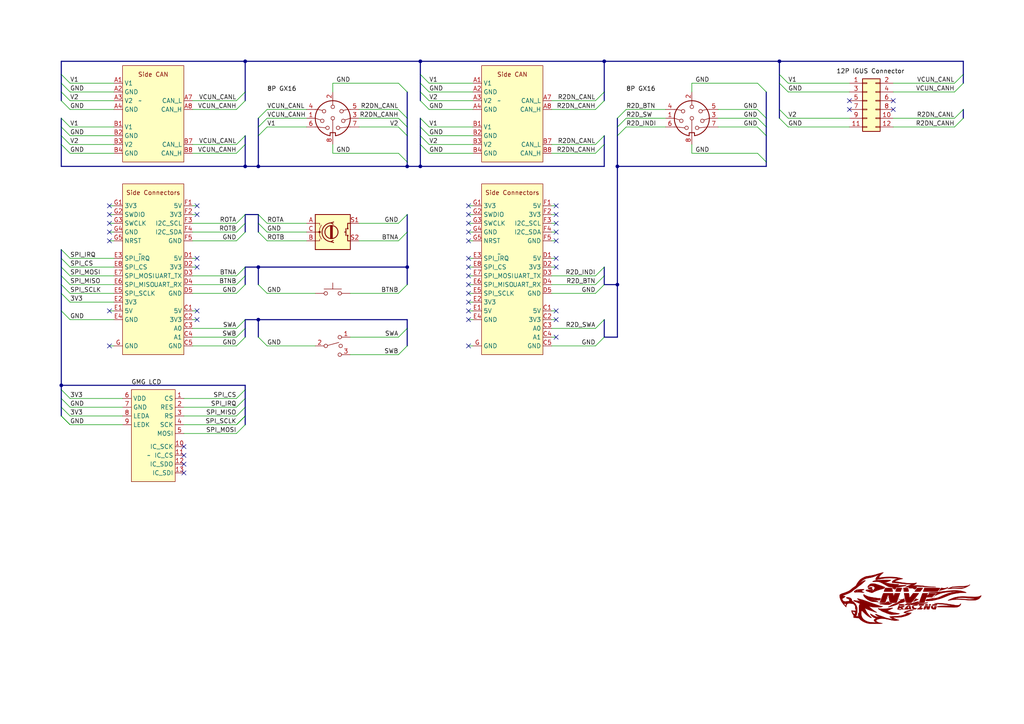
<source format=kicad_sch>
(kicad_sch (version 20231120) (generator "eeschema") (generator_version "8.0")
  (paper "A4")
  (title_block (title "NVF-2 Left Throttle Packaging Wiring") (date "2024-03-06") (rev "1") (company "Scott CJX"))
  (lib_symbols
    (symbol "Connector:DIN-8" (pin_names (offset 1.016))
      (property "Reference" "J" (at 3.175 5.715 0))
      (property "Value" "DIN-8" (at 2.032 -5.842 0))
      (symbol "DIN-8_1_1"
        (pin passive line (at -7.62 0 0) (length 2.54) (name "~") (number "1"))
        (pin passive line (at 0 7.62 270) (length 2.54) (name "~") (number "2"))
        (pin passive line (at 7.62 0 180) (length 2.54) (name "~") (number "3"))
        (pin passive line (at -7.62 2.54 0) (length 2.54) (name "~") (number "4"))
        (pin passive line (at 7.62 2.54 180) (length 2.54) (name "~") (number "5"))
        (pin passive line (at -7.62 -2.54 0) (length 2.54) (name "~") (number "6"))
        (pin passive line (at 7.62 -2.54 180) (length 2.54) (name "~") (number "7"))
        (pin passive line (at 0 -7.62 90) (length 2.54) (name "~") (number "8"))
      )
    )
    (symbol "Connector_Generic:Conn_02x06_Odd_Even" (pin_names (offset 1.016) hide)
      (property "Reference" "J" (at 1.27 7.62 0))
      (property "Value" "Conn_02x06_Odd_Even" (at 1.27 -10.16 0))
      (symbol "Conn_02x06_Odd_Even_1_1"
        (pin passive line (at -5.08 5.08 0) (length 3.81) (name "Pin_1") (number "1"))
        (pin passive line (at 7.62 -5.08 180) (length 3.81) (name "Pin_10") (number "10"))
        (pin passive line (at -5.08 -7.62 0) (length 3.81) (name "Pin_11") (number "11"))
        (pin passive line (at 7.62 -7.62 180) (length 3.81) (name "Pin_12") (number "12"))
        (pin passive line (at 7.62 5.08 180) (length 3.81) (name "Pin_2") (number "2"))
        (pin passive line (at -5.08 2.54 0) (length 3.81) (name "Pin_3") (number "3"))
        (pin passive line (at 7.62 2.54 180) (length 3.81) (name "Pin_4") (number "4"))
        (pin passive line (at -5.08 0 0) (length 3.81) (name "Pin_5") (number "5"))
        (pin passive line (at 7.62 0 180) (length 3.81) (name "Pin_6") (number "6"))
        (pin passive line (at -5.08 -2.54 0) (length 3.81) (name "Pin_7") (number "7"))
        (pin passive line (at 7.62 -2.54 180) (length 3.81) (name "Pin_8") (number "8"))
        (pin passive line (at -5.08 -5.08 0) (length 3.81) (name "Pin_9") (number "9"))
      )
    )
    (symbol "Device:RotaryEncoder_Switch" (pin_names (offset 0.254) hide)
      (property "Reference" "SW" (at 0 6.604 0))
      (property "Value" "RotaryEncoder_Switch" (at 0 -6.604 0))
      (symbol "RotaryEncoder_Switch_1_1"
        (pin passive line (at -7.62 2.54 0) (length 2.54) (name "A") (number "A"))
        (pin passive line (at -7.62 -2.54 0) (length 2.54) (name "B") (number "B"))
        (pin passive line (at -7.62 0 0) (length 2.54) (name "C") (number "C"))
        (pin passive line (at 7.62 2.54 180) (length 2.54) (name "S1") (number "S1"))
        (pin passive line (at 7.62 -2.54 180) (length 2.54) (name "S2") (number "S2"))
      )
    )
    (symbol "NVF-Kicad:GMG12864-06D"
      (property "Reference" "U" (at 0 13.97 0))
      (symbol "GMG12864-06D_1_1"
        (pin input line (at 8.89 10.16 180) (length 2.54) (name "CS") (number "1"))
        (pin input line (at 8.89 -3.81 180) (length 2.54) (name "IC_SCK") (number "10"))
        (pin input line (at 8.89 -6.35 180) (length 2.54) (name "IC_CS") (number "11"))
        (pin input line (at 8.89 -8.89 180) (length 2.54) (name "IC_SDO") (number "12"))
        (pin input line (at 8.89 -11.43 180) (length 2.54) (name "IC_SDI") (number "13"))
        (pin input line (at 8.89 7.62 180) (length 2.54) (name "RES") (number "2"))
        (pin input line (at 8.89 5.08 180) (length 2.54) (name "RS") (number "3"))
        (pin input line (at 8.89 2.54 180) (length 2.54) (name "SCK") (number "4"))
        (pin input line (at 8.89 0 180) (length 2.54) (name "MOSI") (number "5"))
        (pin input line (at -8.89 10.16 0) (length 2.54) (name "VDD") (number "6"))
        (pin input line (at -8.89 7.62 0) (length 2.54) (name "GND") (number "7"))
        (pin input line (at -8.89 5.08 0) (length 2.54) (name "LEDA") (number "8"))
        (pin input line (at -8.89 2.54 0) (length 2.54) (name "LEDK") (number "9"))
      )
    )
    (symbol "NVF-Kicad:SmallGeneral"
      (symbol "SmallGeneral_1_1"
        (text "Side CAN" (at 0 12.7 0) (effects (font (size 1.27 1.27))))
        (pin input line (at -11.43 10.16 0) (length 2.54) (name "V1") (number "A1"))
        (pin input line (at -11.43 7.62 0) (length 2.54) (name "GND") (number "A2"))
        (pin input line (at -11.43 5.08 0) (length 2.54) (name "V2") (number "A3"))
        (pin input line (at -11.43 2.54 0) (length 2.54) (name "GND") (number "A4"))
        (pin input line (at 11.43 5.08 180) (length 2.54) (name "CAN_L") (number "A7"))
        (pin input line (at 11.43 2.54 180) (length 2.54) (name "CAN_H") (number "A8"))
        (pin input line (at -11.43 -2.54 0) (length 2.54) (name "V1") (number "B1"))
        (pin input line (at -11.43 -5.08 0) (length 2.54) (name "GND") (number "B2"))
        (pin input line (at -11.43 -7.62 0) (length 2.54) (name "V2") (number "B3"))
        (pin input line (at -11.43 -10.16 0) (length 2.54) (name "GND") (number "B4"))
        (pin input line (at 11.43 -7.62 180) (length 2.54) (name "CAN_L") (number "B7"))
        (pin input line (at 11.43 -10.16 180) (length 2.54) (name "CAN_H") (number "B8"))
      )
      (symbol "SmallGeneral_2_1"
        (text "Side Connectors" (at 0 22.86 0) (effects (font (size 1.27 1.27))))
        (pin input line (at 11.43 -11.43 180) (length 2.54) (name "5V") (number "C1"))
        (pin input line (at 11.43 -13.97 180) (length 2.54) (name "3V3") (number "C2"))
        (pin input line (at 11.43 -16.51 180) (length 2.54) (name "A0") (number "C3"))
        (pin input line (at 11.43 -19.05 180) (length 2.54) (name "A1") (number "C4"))
        (pin input line (at 11.43 -21.59 180) (length 2.54) (name "GND") (number "C5"))
        (pin input line (at 11.43 3.81 180) (length 2.54) (name "5V") (number "D1"))
        (pin input line (at 11.43 1.27 180) (length 2.54) (name "3V3") (number "D2"))
        (pin input line (at 11.43 -1.27 180) (length 2.54) (name "UART_TX") (number "D3"))
        (pin input line (at 11.43 -3.81 180) (length 2.54) (name "UART_RX") (number "D4"))
        (pin input line (at 11.43 -6.35 180) (length 2.54) (name "GND") (number "D5"))
        (pin input line (at -11.43 -11.43 0) (length 2.54) (name "5V") (number "E1"))
        (pin input line (at -11.43 -8.89 0) (length 2.54) (name "3V3") (number "E2"))
        (pin input line (at -11.43 3.81 0) (length 2.54) (name "SPI_IRQ") (number "E3"))
        (pin input line (at -11.43 -13.97 0) (length 2.54) (name "GND") (number "E4"))
        (pin input line (at -11.43 -6.35 0) (length 2.54) (name "SPI_SCLK") (number "E5"))
        (pin input line (at -11.43 -3.81 0) (length 2.54) (name "SPI_MISO") (number "E6"))
        (pin input line (at -11.43 -1.27 0) (length 2.54) (name "SPI_MOSI") (number "E7"))
        (pin input line (at -11.43 1.27 0) (length 2.54) (name "SPI_CS") (number "E8"))
        (pin input line (at 11.43 19.05 180) (length 2.54) (name "5V") (number "F1"))
        (pin input line (at 11.43 16.51 180) (length 2.54) (name "3V3") (number "F2"))
        (pin input line (at 11.43 13.97 180) (length 2.54) (name "I2C_SCL") (number "F3"))
        (pin input line (at 11.43 11.43 180) (length 2.54) (name "I2C_SDA") (number "F4"))
        (pin input line (at 11.43 8.89 180) (length 2.54) (name "GND") (number "F5"))
        (pin input line (at -11.43 -21.59 0) (length 2.54) (name "GND") (number "G"))
        (pin input line (at -11.43 19.05 0) (length 2.54) (name "3V3") (number "G1"))
        (pin input line (at -11.43 16.51 0) (length 2.54) (name "SWDIO") (number "G2"))
        (pin input line (at -11.43 13.97 0) (length 2.54) (name "SWCLK") (number "G3"))
        (pin input line (at -11.43 11.43 0) (length 2.54) (name "GND") (number "G4"))
        (pin input line (at -11.43 8.89 0) (length 2.54) (name "NRST") (number "G5"))
      )
      (symbol "SmallGeneral_3_1"
        (text "Board\nInterconnect" (at 0 12.7 0) (effects (font (size 1.27 1.27))))
        (pin input line (at -11.43 6.35 0) (length 2.54) (name "V1") (number "L1"))
        (pin input line (at -11.43 3.81 0) (length 2.54) (name "GND") (number "L2"))
        (pin input line (at -11.43 1.27 0) (length 2.54) (name "V2") (number "L3"))
        (pin input line (at -11.43 -1.27 0) (length 2.54) (name "GND") (number "L4"))
        (pin input line (at -11.43 -3.81 0) (length 2.54) (name "CAN_L") (number "L7"))
        (pin input line (at -11.43 -6.35 0) (length 2.54) (name "CAN_H") (number "L8"))
        (pin input line (at 11.43 8.89 180) (length 2.54) (name "PA10") (number "R1"))
        (pin input line (at 11.43 6.35 180) (length 2.54) (name "PA9") (number "R2"))
        (pin input line (at 11.43 3.81 180) (length 2.54) (name "PA8") (number "R3"))
        (pin input line (at 11.43 1.27 180) (length 2.54) (name "PB15") (number "R4"))
        (pin input line (at 11.43 -1.27 180) (length 2.54) (name "PB14") (number "R5"))
        (pin input line (at 11.43 -3.81 180) (length 2.54) (name "PB13") (number "R6"))
        (pin input line (at 11.43 -6.35 180) (length 2.54) (name "PB12") (number "R7"))
        (pin input line (at 11.43 -8.89 180) (length 2.54) (name "PB11") (number "R8"))
      )
    )
    (symbol "NVF_OwnParts:NVF-Logo" (pin_names (offset 1.016)))
    (symbol "Switch:SW_Push" (pin_numbers hide) (pin_names (offset 1.016) hide)
      (property "Reference" "SW" (at 1.27 2.54 0))
      (property "Value" "SW_Push" (at 0 -1.524 0))
      (symbol "SW_Push_0_1"
        (pin passive line (at -5.08 0 0) (length 2.54) (name "1") (number "1"))
        (pin passive line (at 5.08 0 180) (length 2.54) (name "2") (number "2"))
      )
    )
    (symbol "Switch:SW_SPDT_MSM" (pin_names (offset 0) hide)
      (property "Reference" "SW" (at 0 5.08 0))
      (property "Value" "SW_SPDT_MSM" (at 0 -5.08 0))
      (symbol "SW_SPDT_MSM_1_1"
        (pin passive line (at 5.08 2.54 180) (length 2.54) (name "1") (number "1"))
        (pin passive line (at -5.08 0 0) (length 2.54) (name "2") (number "2"))
        (pin passive line (at 5.08 -2.54 180) (length 2.54) (name "3") (number "3"))
      )
    )
  )
  (junction (at 74.93 48.26))
  (junction (at 17.78 111.76))
  (junction (at 121.92 17.78))
  (junction (at 175.26 17.78))
  (junction (at 179.07 48.26))
  (junction (at 74.93 92.71))
  (junction (at 118.11 48.26))
  (junction (at 121.92 48.26))
  (junction (at 71.12 48.26))
  (junction (at 226.06 17.78))
  (junction (at 118.11 77.47))
  (junction (at 74.93 77.47))
  (junction (at 179.07 82.55))
  (junction (at 71.12 17.78))
  (no_connect (at 135.89 82.55))
  (no_connect (at 135.89 87.63))
  (no_connect (at 31.75 90.17))
  (no_connect (at 53.34 134.62))
  (no_connect (at 161.29 64.77))
  (no_connect (at 135.89 90.17))
  (no_connect (at 135.89 69.85))
  (no_connect (at 135.89 92.71))
  (no_connect (at 161.29 59.69))
  (no_connect (at 246.38 29.21))
  (no_connect (at 57.15 92.71))
  (no_connect (at 135.89 59.69))
  (no_connect (at 135.89 85.09))
  (no_connect (at 161.29 77.47))
  (no_connect (at 31.75 64.77))
  (no_connect (at 259.08 31.75))
  (no_connect (at 161.29 92.71))
  (no_connect (at 31.75 100.33))
  (no_connect (at 135.89 64.77))
  (no_connect (at 135.89 62.23))
  (no_connect (at 135.89 67.31))
  (no_connect (at 161.29 69.85))
  (no_connect (at 31.75 59.69))
  (no_connect (at 135.89 80.01))
  (no_connect (at 161.29 67.31))
  (no_connect (at 135.89 100.33))
  (no_connect (at 53.34 132.08))
  (no_connect (at 161.29 62.23))
  (no_connect (at 161.29 74.93))
  (no_connect (at 57.15 77.47))
  (no_connect (at 161.29 97.79))
  (no_connect (at 161.29 90.17))
  (no_connect (at 135.89 74.93))
  (no_connect (at 31.75 67.31))
  (no_connect (at 31.75 69.85))
  (no_connect (at 57.15 59.69))
  (no_connect (at 135.89 77.47))
  (no_connect (at 53.34 137.16))
  (no_connect (at 259.08 29.21))
  (no_connect (at 53.34 129.54))
  (no_connect (at 57.15 90.17))
  (no_connect (at 31.75 62.23))
  (no_connect (at 57.15 62.23))
  (no_connect (at 246.38 31.75))
  (no_connect (at 57.15 74.93))
  (bus_entry (at 118.11 62.23) (size -2.54 2.54))
  (bus_entry (at 17.78 85.09) (size 2.54 2.54))
  (bus_entry (at 17.78 72.39) (size 2.54 2.54))
  (bus_entry (at 71.12 118.11) (size -2.54 2.54))
  (bus_entry (at 175.26 77.47) (size -2.54 2.54))
  (bus_entry (at 121.92 21.59) (size 2.54 2.54))
  (bus_entry (at 279.4 31.75) (size -2.54 2.54))
  (bus_entry (at 17.78 115.57) (size 2.54 2.54))
  (bus_entry (at 71.12 77.47) (size -2.54 2.54))
  (bus_entry (at 71.12 67.31) (size -2.54 2.54))
  (bus_entry (at 121.92 41.91) (size 2.54 2.54))
  (bus_entry (at 175.26 29.21) (size -2.54 2.54))
  (bus_entry (at 175.26 39.37) (size -2.54 2.54))
  (bus_entry (at 17.78 120.65) (size 2.54 2.54))
  (bus_entry (at 71.12 82.55) (size -2.54 2.54))
  (bus_entry (at 71.12 62.23) (size -2.54 2.54))
  (bus_entry (at 17.78 41.91) (size 2.54 2.54))
  (bus_entry (at 121.92 39.37) (size 2.54 2.54))
  (bus_entry (at 219.71 36.83) (size 2.54 2.54))
  (bus_entry (at 115.57 31.75) (size 2.54 2.54))
  (bus_entry (at 118.11 100.33) (size -2.54 2.54))
  (bus_entry (at 17.78 29.21) (size 2.54 2.54))
  (bus_entry (at 17.78 113.03) (size 2.54 2.54))
  (bus_entry (at 17.78 82.55) (size 2.54 2.54))
  (bus_entry (at 219.71 31.75) (size 2.54 2.54))
  (bus_entry (at 115.57 44.45) (size 2.54 2.54))
  (bus_entry (at 279.4 21.59) (size -2.54 2.54))
  (bus_entry (at 71.12 120.65) (size -2.54 2.54))
  (bus_entry (at 71.12 39.37) (size -2.54 2.54))
  (bus_entry (at 219.71 44.45) (size 2.54 2.54))
  (bus_entry (at 181.61 34.29) (size -2.54 2.54))
  (bus_entry (at 71.12 29.21) (size -2.54 2.54))
  (bus_entry (at 17.78 21.59) (size 2.54 2.54))
  (bus_entry (at 279.4 24.13) (size -2.54 2.54))
  (bus_entry (at 175.26 41.91) (size -2.54 2.54))
  (bus_entry (at 181.61 31.75) (size -2.54 2.54))
  (bus_entry (at 17.78 118.11) (size 2.54 2.54))
  (bus_entry (at 226.06 24.13) (size 2.54 2.54))
  (bus_entry (at 121.92 26.67) (size 2.54 2.54))
  (bus_entry (at 17.78 34.29) (size 2.54 2.54))
  (bus_entry (at 74.93 64.77) (size 2.54 2.54))
  (bus_entry (at 115.57 24.13) (size 2.54 2.54))
  (bus_entry (at 121.92 34.29) (size 2.54 2.54))
  (bus_entry (at 17.78 26.67) (size 2.54 2.54))
  (bus_entry (at 17.78 39.37) (size 2.54 2.54))
  (bus_entry (at 219.71 34.29) (size 2.54 2.54))
  (bus_entry (at 226.06 21.59) (size 2.54 2.54))
  (bus_entry (at 74.93 97.79) (size 2.54 2.54))
  (bus_entry (at 74.93 62.23) (size 2.54 2.54))
  (bus_entry (at 71.12 115.57) (size -2.54 2.54))
  (bus_entry (at 115.57 34.29) (size 2.54 2.54))
  (bus_entry (at 118.11 82.55) (size -2.54 2.54))
  (bus_entry (at 175.26 80.01) (size -2.54 2.54))
  (bus_entry (at 115.57 36.83) (size 2.54 2.54))
  (bus_entry (at 175.26 92.71) (size -2.54 2.54))
  (bus_entry (at 71.12 80.01) (size -2.54 2.54))
  (bus_entry (at 118.11 95.25) (size -2.54 2.54))
  (bus_entry (at 121.92 36.83) (size 2.54 2.54))
  (bus_entry (at 74.93 67.31) (size 2.54 2.54))
  (bus_entry (at 181.61 36.83) (size -2.54 2.54))
  (bus_entry (at 175.26 26.67) (size -2.54 2.54))
  (bus_entry (at 121.92 29.21) (size 2.54 2.54))
  (bus_entry (at 226.06 34.29) (size 2.54 2.54))
  (bus_entry (at 71.12 123.19) (size -2.54 2.54))
  (bus_entry (at 17.78 80.01) (size 2.54 2.54))
  (bus_entry (at 77.47 31.75) (size -2.54 2.54))
  (bus_entry (at 71.12 120.65) (size -2.54 2.54))
  (bus_entry (at 71.12 92.71) (size -2.54 2.54))
  (bus_entry (at 71.12 26.67) (size -2.54 2.54))
  (bus_entry (at 219.71 24.13) (size 2.54 2.54))
  (bus_entry (at 77.47 36.83) (size -2.54 2.54))
  (bus_entry (at 71.12 95.25) (size -2.54 2.54))
  (bus_entry (at 74.93 82.55) (size 2.54 2.54))
  (bus_entry (at 17.78 90.17) (size 2.54 2.54))
  (bus_entry (at 17.78 74.93) (size 2.54 2.54))
  (bus_entry (at 71.12 41.91) (size -2.54 2.54))
  (bus_entry (at 71.12 97.79) (size -2.54 2.54))
  (bus_entry (at 279.4 34.29) (size -2.54 2.54))
  (bus_entry (at 17.78 36.83) (size 2.54 2.54))
  (bus_entry (at 17.78 120.65) (size 2.54 2.54))
  (bus_entry (at 71.12 64.77) (size -2.54 2.54))
  (bus_entry (at 77.47 34.29) (size -2.54 2.54))
  (bus_entry (at 175.26 82.55) (size -2.54 2.54))
  (bus_entry (at 17.78 77.47) (size 2.54 2.54))
  (bus_entry (at 175.26 97.79) (size -2.54 2.54))
  (bus_entry (at 118.11 67.31) (size -2.54 2.54))
  (bus_entry (at 71.12 113.03) (size -2.54 2.54))
  (bus_entry (at 226.06 31.75) (size 2.54 2.54))
  (bus_entry (at 17.78 24.13) (size 2.54 2.54))
  (bus_entry (at 121.92 24.13) (size 2.54 2.54))
  (bus (pts (xy 71.12 95.25) (xy 71.12 97.79)))
  (wire (pts (xy 228.6 26.67) (xy 246.38 26.67)))
  (wire (pts (xy 135.89 77.47) (xy 137.16 77.47)))
  (bus (pts (xy 179.07 36.83) (xy 179.07 39.37)))
  (bus (pts (xy 118.11 67.31) (xy 118.11 77.47)))
  (bus (pts (xy 121.92 17.78) (xy 121.92 21.59)))
  (wire (pts (xy 160.02 77.47) (xy 161.29 77.47)))
  (wire (pts (xy 172.72 100.33) (xy 160.02 100.33)))
  (wire (pts (xy 96.52 44.45) (xy 96.52 41.91)))
  (bus (pts (xy 179.07 34.29) (xy 179.07 36.83)))
  (wire (pts (xy 160.02 97.79) (xy 161.29 97.79)))
  (bus (pts (xy 74.93 77.47) (xy 118.11 77.47)))
  (bus (pts (xy 121.92 39.37) (xy 121.92 41.91)))
  (wire (pts (xy 228.6 24.13) (xy 246.38 24.13)))
  (wire (pts (xy 115.57 31.75) (xy 104.14 31.75)))
  (wire (pts (xy 68.58 41.91) (xy 55.88 41.91)))
  (wire (pts (xy 135.89 64.77) (xy 137.16 64.77)))
  (bus (pts (xy 17.78 17.78) (xy 17.78 21.59)))
  (wire (pts (xy 172.72 29.21) (xy 160.02 29.21)))
  (bus (pts (xy 121.92 36.83) (xy 121.92 39.37)))
  (bus (pts (xy 17.78 21.59) (xy 17.78 24.13)))
  (bus (pts (xy 222.25 36.83) (xy 222.25 39.37)))
  (wire (pts (xy 135.89 87.63) (xy 137.16 87.63)))
  (wire (pts (xy 55.88 77.47) (xy 57.15 77.47)))
  (bus (pts (xy 179.07 39.37) (xy 179.07 48.26)))
  (bus (pts (xy 121.92 17.78) (xy 175.26 17.78)))
  (bus (pts (xy 179.07 82.55) (xy 175.26 82.55)))
  (wire (pts (xy 55.88 62.23) (xy 57.15 62.23)))
  (bus (pts (xy 175.26 39.37) (xy 175.26 41.91)))
  (wire (pts (xy 20.32 39.37) (xy 33.02 39.37)))
  (wire (pts (xy 160.02 59.69) (xy 161.29 59.69)))
  (bus (pts (xy 74.93 92.71) (xy 74.93 97.79)))
  (wire (pts (xy 181.61 34.29) (xy 193.04 34.29)))
  (bus (pts (xy 74.93 36.83) (xy 74.93 39.37)))
  (bus (pts (xy 71.12 77.47) (xy 71.12 80.01)))
  (wire (pts (xy 124.46 36.83) (xy 137.16 36.83)))
  (bus (pts (xy 17.78 82.55) (xy 17.78 85.09)))
  (bus (pts (xy 17.78 24.13) (xy 17.78 26.67)))
  (wire (pts (xy 77.47 34.29) (xy 88.9 34.29)))
  (bus (pts (xy 17.78 36.83) (xy 17.78 39.37)))
  (wire (pts (xy 135.89 62.23) (xy 137.16 62.23)))
  (wire (pts (xy 101.6 97.79) (xy 115.57 97.79)))
  (bus (pts (xy 121.92 24.13) (xy 121.92 26.67)))
  (bus (pts (xy 175.26 77.47) (xy 175.26 80.01)))
  (wire (pts (xy 55.88 74.93) (xy 57.15 74.93)))
  (bus (pts (xy 71.12 26.67) (xy 71.12 17.78)))
  (bus (pts (xy 74.93 64.77) (xy 74.93 62.23)))
  (wire (pts (xy 135.89 59.69) (xy 137.16 59.69)))
  (bus (pts (xy 17.78 74.93) (xy 17.78 77.47)))
  (wire (pts (xy 124.46 24.13) (xy 137.16 24.13)))
  (bus (pts (xy 121.92 48.26) (xy 175.26 48.26)))
  (bus (pts (xy 71.12 80.01) (xy 71.12 82.55)))
  (wire (pts (xy 20.32 82.55) (xy 33.02 82.55)))
  (wire (pts (xy 219.71 34.29) (xy 208.28 34.29)))
  (wire (pts (xy 68.58 31.75) (xy 55.88 31.75)))
  (wire (pts (xy 77.47 67.31) (xy 88.9 67.31)))
  (bus (pts (xy 17.78 26.67) (xy 17.78 29.21)))
  (wire (pts (xy 115.57 85.09) (xy 101.6 85.09)))
  (bus (pts (xy 222.25 46.99) (xy 222.25 48.26)))
  (wire (pts (xy 68.58 29.21) (xy 55.88 29.21)))
  (bus (pts (xy 17.78 118.11) (xy 17.78 120.65)))
  (wire (pts (xy 172.72 85.09) (xy 160.02 85.09)))
  (wire (pts (xy 68.58 125.73) (xy 53.34 125.73)))
  (wire (pts (xy 20.32 74.93) (xy 33.02 74.93)))
  (wire (pts (xy 31.75 69.85) (xy 33.02 69.85)))
  (wire (pts (xy 160.02 41.91) (xy 172.72 41.91)))
  (bus (pts (xy 71.12 113.03) (xy 71.12 111.76)))
  (bus (pts (xy 118.11 100.33) (xy 118.11 95.25)))
  (bus (pts (xy 279.4 21.59) (xy 279.4 24.13)))
  (wire (pts (xy 68.58 85.09) (xy 55.88 85.09)))
  (wire (pts (xy 55.88 82.55) (xy 68.58 82.55)))
  (wire (pts (xy 160.02 69.85) (xy 161.29 69.85)))
  (wire (pts (xy 55.88 90.17) (xy 57.15 90.17)))
  (wire (pts (xy 200.66 24.13) (xy 200.66 26.67)))
  (wire (pts (xy 31.75 59.69) (xy 33.02 59.69)))
  (bus (pts (xy 226.06 17.78) (xy 279.4 17.78)))
  (wire (pts (xy 135.89 67.31) (xy 137.16 67.31)))
  (bus (pts (xy 74.93 62.23) (xy 71.12 62.23)))
  (bus (pts (xy 175.26 26.67) (xy 175.26 17.78)))
  (wire (pts (xy 20.32 85.09) (xy 33.02 85.09)))
  (bus (pts (xy 71.12 17.78) (xy 17.78 17.78)))
  (bus (pts (xy 74.93 48.26) (xy 118.11 48.26)))
  (wire (pts (xy 172.72 95.25) (xy 160.02 95.25)))
  (wire (pts (xy 160.02 44.45) (xy 172.72 44.45)))
  (bus (pts (xy 175.26 92.71) (xy 175.26 97.79)))
  (bus (pts (xy 226.06 24.13) (xy 226.06 31.75)))
  (bus (pts (xy 279.4 31.75) (xy 279.4 34.29)))
  (wire (pts (xy 77.47 36.83) (xy 88.9 36.83)))
  (wire (pts (xy 276.86 34.29) (xy 259.08 34.29)))
  (bus (pts (xy 279.4 21.59) (xy 279.4 17.78)))
  (bus (pts (xy 121.92 34.29) (xy 121.92 36.83)))
  (bus (pts (xy 71.12 48.26) (xy 74.93 48.26)))
  (wire (pts (xy 181.61 36.83) (xy 193.04 36.83)))
  (wire (pts (xy 68.58 95.25) (xy 55.88 95.25)))
  (wire (pts (xy 20.32 87.63) (xy 33.02 87.63)))
  (bus (pts (xy 74.93 34.29) (xy 74.93 36.83)))
  (wire (pts (xy 20.32 118.11) (xy 35.56 118.11)))
  (wire (pts (xy 276.86 24.13) (xy 259.08 24.13)))
  (bus (pts (xy 222.25 39.37) (xy 222.25 46.99)))
  (wire (pts (xy 124.46 26.67) (xy 137.16 26.67)))
  (wire (pts (xy 124.46 39.37) (xy 137.16 39.37)))
  (wire (pts (xy 77.47 100.33) (xy 91.44 100.33)))
  (wire (pts (xy 200.66 44.45) (xy 200.66 41.91)))
  (wire (pts (xy 20.32 115.57) (xy 35.56 115.57)))
  (wire (pts (xy 135.89 85.09) (xy 137.16 85.09)))
  (bus (pts (xy 71.12 39.37) (xy 71.12 41.91)))
  (wire (pts (xy 20.32 31.75) (xy 33.02 31.75)))
  (wire (pts (xy 160.02 92.71) (xy 161.29 92.71)))
  (wire (pts (xy 68.58 118.11) (xy 53.34 118.11)))
  (bus (pts (xy 71.12 92.71) (xy 74.93 92.71)))
  (bus (pts (xy 118.11 95.25) (xy 118.11 92.71)))
  (bus (pts (xy 17.78 80.01) (xy 17.78 82.55)))
  (wire (pts (xy 77.47 64.77) (xy 88.9 64.77)))
  (wire (pts (xy 68.58 69.85) (xy 55.88 69.85)))
  (bus (pts (xy 17.78 85.09) (xy 17.78 90.17)))
  (wire (pts (xy 68.58 100.33) (xy 55.88 100.33)))
  (bus (pts (xy 17.78 72.39) (xy 17.78 74.93)))
  (wire (pts (xy 20.32 120.65) (xy 35.56 120.65)))
  (bus (pts (xy 226.06 21.59) (xy 226.06 24.13)))
  (bus (pts (xy 179.07 48.26) (xy 179.07 82.55)))
  (wire (pts (xy 31.75 62.23) (xy 33.02 62.23)))
  (bus (pts (xy 71.12 120.65) (xy 71.12 118.11)))
  (wire (pts (xy 124.46 29.21) (xy 137.16 29.21)))
  (wire (pts (xy 160.02 62.23) (xy 161.29 62.23)))
  (wire (pts (xy 55.88 92.71) (xy 57.15 92.71)))
  (wire (pts (xy 20.32 92.71) (xy 33.02 92.71)))
  (wire (pts (xy 20.32 26.67) (xy 33.02 26.67)))
  (bus (pts (xy 71.12 62.23) (xy 71.12 64.77)))
  (wire (pts (xy 124.46 44.45) (xy 137.16 44.45)))
  (bus (pts (xy 226.06 17.78) (xy 226.06 21.59)))
  (wire (pts (xy 160.02 74.93) (xy 161.29 74.93)))
  (bus (pts (xy 71.12 123.19) (xy 71.12 120.65)))
  (wire (pts (xy 96.52 44.45) (xy 115.57 44.45)))
  (wire (pts (xy 20.32 29.21) (xy 33.02 29.21)))
  (wire (pts (xy 135.89 80.01) (xy 137.16 80.01)))
  (wire (pts (xy 55.88 97.79) (xy 68.58 97.79)))
  (wire (pts (xy 20.32 36.83) (xy 33.02 36.83)))
  (wire (pts (xy 96.52 24.13) (xy 96.52 26.67)))
  (wire (pts (xy 31.75 67.31) (xy 33.02 67.31)))
  (bus (pts (xy 71.12 64.77) (xy 71.12 67.31)))
  (bus (pts (xy 71.12 26.67) (xy 71.12 29.21)))
  (bus (pts (xy 17.78 111.76) (xy 17.78 113.03)))
  (bus (pts (xy 17.78 39.37) (xy 17.78 41.91)))
  (wire (pts (xy 68.58 44.45) (xy 55.88 44.45)))
  (wire (pts (xy 228.6 36.83) (xy 246.38 36.83)))
  (bus (pts (xy 71.12 118.11) (xy 71.12 115.57)))
  (wire (pts (xy 228.6 34.29) (xy 246.38 34.29)))
  (wire (pts (xy 200.66 24.13) (xy 219.71 24.13)))
  (wire (pts (xy 20.32 80.01) (xy 33.02 80.01)))
  (wire (pts (xy 68.58 123.19) (xy 53.34 123.19)))
  (wire (pts (xy 135.89 74.93) (xy 137.16 74.93)))
  (bus (pts (xy 118.11 92.71) (xy 74.93 92.71)))
  (wire (pts (xy 160.02 67.31) (xy 161.29 67.31)))
  (bus (pts (xy 71.12 48.26) (xy 17.78 48.26)))
  (wire (pts (xy 276.86 26.67) (xy 259.08 26.67)))
  (bus (pts (xy 179.07 48.26) (xy 222.25 48.26)))
  (wire (pts (xy 96.52 24.13) (xy 115.57 24.13)))
  (wire (pts (xy 31.75 64.77) (xy 33.02 64.77)))
  (wire (pts (xy 20.32 44.45) (xy 33.02 44.45)))
  (bus (pts (xy 17.78 113.03) (xy 17.78 115.57)))
  (wire (pts (xy 115.57 64.77) (xy 104.14 64.77)))
  (wire (pts (xy 115.57 69.85) (xy 104.14 69.85)))
  (bus (pts (xy 71.12 92.71) (xy 71.12 95.25)))
  (wire (pts (xy 77.47 31.75) (xy 88.9 31.75)))
  (wire (pts (xy 160.02 82.55) (xy 172.72 82.55)))
  (wire (pts (xy 68.58 120.65) (xy 53.34 120.65)))
  (bus (pts (xy 71.12 17.78) (xy 121.92 17.78)))
  (wire (pts (xy 68.58 80.01) (xy 55.88 80.01)))
  (wire (pts (xy 160.02 64.77) (xy 161.29 64.77)))
  (wire (pts (xy 68.58 64.77) (xy 55.88 64.77)))
  (bus (pts (xy 118.11 48.26) (xy 121.92 48.26)))
  (bus (pts (xy 118.11 46.99) (xy 118.11 48.26)))
  (wire (pts (xy 101.6 102.87) (xy 115.57 102.87)))
  (wire (pts (xy 55.88 67.31) (xy 68.58 67.31)))
  (wire (pts (xy 20.32 77.47) (xy 33.02 77.47)))
  (bus (pts (xy 121.92 26.67) (xy 121.92 29.21)))
  (bus (pts (xy 17.78 90.17) (xy 17.78 111.76)))
  (bus (pts (xy 179.07 97.79) (xy 175.26 97.79)))
  (bus (pts (xy 17.78 41.91) (xy 17.78 48.26)))
  (bus (pts (xy 175.26 41.91) (xy 175.26 48.26)))
  (bus (pts (xy 118.11 26.67) (xy 118.11 34.29)))
  (bus (pts (xy 71.12 111.76) (xy 17.78 111.76)))
  (wire (pts (xy 77.47 85.09) (xy 91.44 85.09)))
  (wire (pts (xy 124.46 31.75) (xy 137.16 31.75)))
  (bus (pts (xy 222.25 34.29) (xy 222.25 36.83)))
  (wire (pts (xy 20.32 41.91) (xy 33.02 41.91)))
  (bus (pts (xy 71.12 77.47) (xy 74.93 77.47)))
  (wire (pts (xy 115.57 34.29) (xy 104.14 34.29)))
  (wire (pts (xy 135.89 90.17) (xy 137.16 90.17)))
  (wire (pts (xy 77.47 69.85) (xy 88.9 69.85)))
  (bus (pts (xy 71.12 41.91) (xy 71.12 48.26)))
  (bus (pts (xy 74.93 77.47) (xy 74.93 82.55)))
  (bus (pts (xy 118.11 34.29) (xy 118.11 36.83)))
  (bus (pts (xy 179.07 82.55) (xy 179.07 97.79)))
  (wire (pts (xy 68.58 115.57) (xy 53.34 115.57)))
  (bus (pts (xy 118.11 62.23) (xy 118.11 67.31)))
  (bus (pts (xy 175.26 17.78) (xy 226.06 17.78)))
  (wire (pts (xy 172.72 31.75) (xy 160.02 31.75)))
  (bus (pts (xy 118.11 36.83) (xy 118.11 39.37)))
  (bus (pts (xy 74.93 39.37) (xy 74.93 48.26)))
  (wire (pts (xy 135.89 82.55) (xy 137.16 82.55)))
  (wire (pts (xy 219.71 36.83) (xy 208.28 36.83)))
  (bus (pts (xy 71.12 115.57) (xy 71.12 113.03)))
  (bus (pts (xy 17.78 115.57) (xy 17.78 118.11)))
  (wire (pts (xy 31.75 100.33) (xy 33.02 100.33)))
  (wire (pts (xy 55.88 59.69) (xy 57.15 59.69)))
  (bus (pts (xy 118.11 77.47) (xy 118.11 82.55)))
  (bus (pts (xy 17.78 77.47) (xy 17.78 80.01)))
  (wire (pts (xy 135.89 92.71) (xy 137.16 92.71)))
  (bus (pts (xy 175.26 80.01) (xy 175.26 82.55)))
  (wire (pts (xy 160.02 90.17) (xy 161.29 90.17)))
  (wire (pts (xy 135.89 69.85) (xy 137.16 69.85)))
  (wire (pts (xy 135.89 100.33) (xy 137.16 100.33)))
  (wire (pts (xy 172.72 80.01) (xy 160.02 80.01)))
  (bus (pts (xy 74.93 67.31) (xy 74.93 64.77)))
  (wire (pts (xy 276.86 36.83) (xy 259.08 36.83)))
  (wire (pts (xy 200.66 44.45) (xy 219.71 44.45)))
  (bus (pts (xy 121.92 21.59) (xy 121.92 24.13)))
  (bus (pts (xy 118.11 39.37) (xy 118.11 46.99)))
  (wire (pts (xy 20.32 123.19) (xy 35.56 123.19)))
  (bus (pts (xy 121.92 41.91) (xy 121.92 48.26)))
  (wire (pts (xy 181.61 31.75) (xy 193.04 31.75)))
  (wire (pts (xy 124.46 41.91) (xy 137.16 41.91)))
  (wire (pts (xy 219.71 31.75) (xy 208.28 31.75)))
  (wire (pts (xy 20.32 24.13) (xy 33.02 24.13)))
  (bus (pts (xy 17.78 34.29) (xy 17.78 36.83)))
  (wire (pts (xy 31.75 90.17) (xy 33.02 90.17)))
  (bus (pts (xy 175.26 26.67) (xy 175.26 29.21)))
  (wire (pts (xy 115.57 36.83) (xy 104.14 36.83)))
  (bus (pts (xy 222.25 26.67) (xy 222.25 34.29)))
  (bus (pts (xy 226.06 31.75) (xy 226.06 34.29)))
  (text "8P GX16" (at 77.47 26.67 0) (effects (font (size 1.27 1.27)) (justify left bottom)))
  (text "12P IGUS Connector" (at 242.57 21.59 0) (effects (font (size 1.27 1.27)) (justify left bottom)))
  (text "8P GX16" (at 181.61 26.67 0) (effects (font (size 1.27 1.27)) (justify left bottom)))
  (text "GMG LCD" (at 38.1 111.76 0) (effects (font (size 1.27 1.27)) (justify left bottom)))
  (label "BTNA" (at 68.58 80.01 180))
  (label "V2" (at 228.6 34.29 0))
  (label "GND" (at 219.71 36.83 180))
  (label "V2" (at 115.57 36.83 180))
  (label "R2D_SW" (at 181.61 34.29 0))
  (label "SPI_MOSI" (at 68.58 125.73 180))
  (label "GND" (at 124.46 44.45 0))
  (label "R2DN_CANH" (at 276.86 36.83 180))
  (label "GND" (at 20.32 31.75 0))
  (label "BTNB" (at 68.58 82.55 180))
  (label "GND" (at 77.47 85.09 0))
  (label "R2D_SWA" (at 172.72 95.25 180))
  (label "GND" (at 124.46 39.37 0))
  (label "GND" (at 101.6 44.45 180))
  (label "GND" (at 77.47 100.33 0))
  (label "SPI_MOSI" (at 20.32 80.01 0))
  (label "BTNA" (at 115.57 69.85 180))
  (label "SWB" (at 115.57 102.87 180))
  (label "GND" (at 124.46 26.67 0))
  (label "GND" (at 20.32 44.45 0))
  (label "R2DN_CANL" (at 172.72 41.91 180))
  (label "GND" (at 68.58 100.33 180))
  (label "ROTB" (at 77.4742 69.85 0))
  (label "V2" (at 20.32 29.21 0))
  (label "SPI_MISO" (at 20.32 82.55 0))
  (label "V1" (at 20.32 36.83 0))
  (label "VCUN_CANH" (at 68.58 44.45 180))
  (label "VCUN_CANL" (at 276.86 24.13 180))
  (label "ROTA" (at 77.47 64.77 0))
  (label "V2" (at 20.32 41.91 0))
  (label "GND" (at 20.32 39.37 0))
  (label "GND" (at 20.32 123.19 0))
  (label "3V3" (at 20.32 120.65 0))
  (label "R2DN_CANL" (at 276.86 34.29 180))
  (label "GND" (at 228.6 36.83 0))
  (label "SPI_SCLK" (at 68.58 123.19 180))
  (label "GND" (at 205.74 44.45 180))
  (label "GND" (at 20.32 26.67 0))
  (label "GND" (at 228.6 26.67 0))
  (label "GND" (at 68.58 69.85 180))
  (label "BTNB" (at 115.57 85.09 180))
  (label "SWA" (at 115.57 97.79 180))
  (label "VCUN_CANL" (at 68.58 41.91 180))
  (label "VCUN_CANL" (at 77.47 31.75 0))
  (label "3V3" (at 20.32 115.57 0))
  (label "GND" (at 219.71 31.75 180))
  (label "V1" (at 124.46 36.83 0))
  (label "SPI_IRQ" (at 68.58 118.11 180))
  (label "V1" (at 228.6 24.13 0))
  (label "GND" (at 219.71 34.29 180))
  (label "SPI_SCLK" (at 20.32 85.09 0))
  (label "ROTB" (at 68.58 67.31 180))
  (label "VCUN_CANH" (at 68.58 31.75 180))
  (label "ROTA" (at 68.58 64.77 180))
  (label "V1" (at 77.47 36.83 0))
  (label "SWA" (at 68.58 95.25 180))
  (label "VCUN_CANL" (at 68.58 29.21 180))
  (label "R2D_BTN" (at 181.61 31.75 0))
  (label "GND" (at 20.32 118.11 0))
  (label "SPI_CS" (at 68.58 115.57 180))
  (label "R2DN_CANL" (at 115.57 31.75 180))
  (label "R2DN_CANH" (at 115.57 34.29 180))
  (label "SPI_CS" (at 20.32 77.47 0))
  (label "SPI_IRQ" (at 20.32 74.93 0))
  (label "R2D_INDI" (at 181.61 36.83 0))
  (label "GND" (at 101.6 24.13 180))
  (label "GND" (at 205.74 24.13 180))
  (label "V1" (at 124.46 24.13 0))
  (label "VCUN_CANH" (at 77.47 34.29 0))
  (label "R2D_BTN" (at 172.72 82.55 180))
  (label "R2D_INDI" (at 172.72 80.01 180))
  (label "GND" (at 172.72 100.33 180))
  (label "V1" (at 20.32 24.13 0))
  (label "SWB" (at 68.58 97.79 180))
  (label "GND" (at 172.72 85.09 180))
  (label "GND" (at 124.46 31.75 0))
  (label "GND" (at 77.47 67.31 0))
  (label "GND" (at 20.32 92.71 0))
  (label "R2DN_CANH" (at 172.72 44.45 180))
  (label "SPI_MISO" (at 68.58 120.65 180))
  (label "GND" (at 68.58 85.09 180))
  (label "R2DN_CANL" (at 172.72 29.21 180))
  (label "3V3" (at 20.32 87.63 0))
  (label "VCUN_CANH" (at 276.86 26.67 180))
  (label "V2" (at 124.46 29.21 0))
  (label "V2" (at 124.46 41.91 0))
  (label "GND" (at 115.57 64.77 180))
  (label "R2DN_CANH" (at 172.72 31.75 180))
  (symbol (lib_id "Device:RotaryEncoder_Switch") (at 96.52 67.31 0) (unit 1)
    (property "Reference" "SW204" (effects (hide yes)))
    (property "Value" "RotaryEncoder_Switch" (effects (hide yes)))
  )
  (symbol (lib_id "NVF-Kicad:SmallGeneral") (at 44.45 78.74 0) (unit 2)
    (property "Reference" "SG202" (effects (hide yes)))
    (property "Value" "~" (at 40.64 73.66 0))
  )
  (symbol (lib_id "Connector_Generic:Conn_02x06_Odd_Even") (at 251.46 29.21 0) (unit 1)
    (property "Reference" "J201" (effects (hide yes)))
    (property "Value" "Conn_02x06_Odd_Even" (effects (hide yes)))
  )
  (symbol (lib_id "Switch:SW_Push") (at 96.52 85.09 0) (unit 1)
    (property "Reference" "SW205" (effects (hide yes)))
    (property "Value" "SW_Push" (effects (hide yes)))
  )
  (symbol (lib_id "NVF-Kicad:SmallGeneral") (at 148.59 78.74 0) (unit 2)
    (property "Reference" "SG203" (effects (hide yes)))
    (property "Value" "~" (at 144.78 73.66 0))
  )
  (symbol (lib_id "NVF-Kicad:SmallGeneral") (at 44.45 34.29 0) (unit 1)
    (property "Reference" "SG202" (effects (hide yes)))
    (property "Value" "~" (at 40.64 29.21 0))
  )
  (symbol (lib_id "Connector:DIN-8") (at 96.52 34.29 0) (unit 1)
    (property "Reference" "J204" (effects (hide yes)))
    (property "Value" "DIN-8" (effects (hide yes)))
    (property "Datasheet" "http://www.mouser.com/ds/2/18/40_c091_abd_e-75918.pdf" (effects (hide yes)))
  )
  (symbol (lib_id "NVF-Kicad:GMG12864-06D") (at 44.45 125.73 0) (unit 1)
    (property "Reference" "U202" (effects (hide yes)))
    (property "Value" "~" (at 43.18 132.08 0))
  )
  (symbol (lib_id "NVF_OwnParts:NVF-Logo") (at 264.16 177.8 0) (unit 1)
    (property "Reference" "#G201" (effects (hide yes)))
    (property "Value" "LOGO" (effects (hide yes)))
    (property "Description" "NVF logo sign bottom" (effects (hide yes)))
  )
  (symbol (lib_id "Connector:DIN-8") (at 200.66 34.29 0) (unit 1)
    (property "Reference" "J202" (effects (hide yes)))
    (property "Value" "DIN-8" (effects (hide yes)))
    (property "Datasheet" "http://www.mouser.com/ds/2/18/40_c091_abd_e-75918.pdf" (effects (hide yes)))
  )
  (symbol (lib_id "Switch:SW_SPDT_MSM") (at 96.52 100.33 0) (unit 1)
    (property "Reference" "SW207" (effects (hide yes)))
    (property "Value" "SW_SPDT_MSM" (effects (hide yes)))
  )
  (symbol (lib_id "NVF-Kicad:SmallGeneral") (at 148.59 34.29 0) (unit 1)
    (property "Reference" "SG203" (effects (hide yes)))
    (property "Value" "~" (at 144.78 29.21 0))
  )
)
</source>
